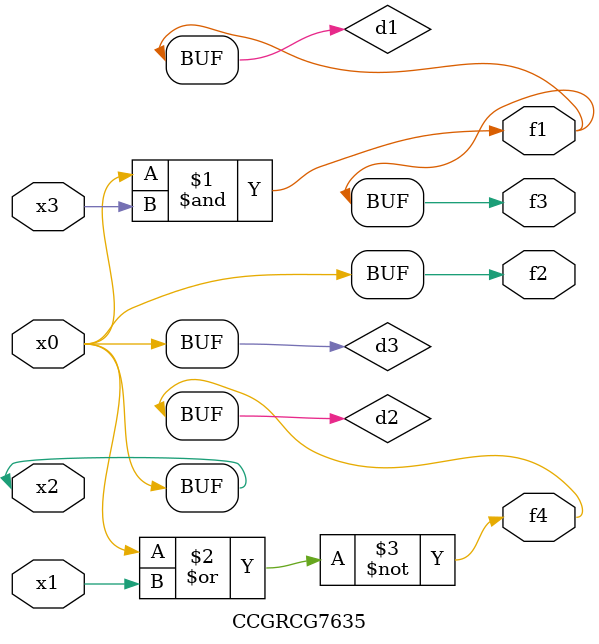
<source format=v>
module CCGRCG7635(
	input x0, x1, x2, x3,
	output f1, f2, f3, f4
);

	wire d1, d2, d3;

	and (d1, x2, x3);
	nor (d2, x0, x1);
	buf (d3, x0, x2);
	assign f1 = d1;
	assign f2 = d3;
	assign f3 = d1;
	assign f4 = d2;
endmodule

</source>
